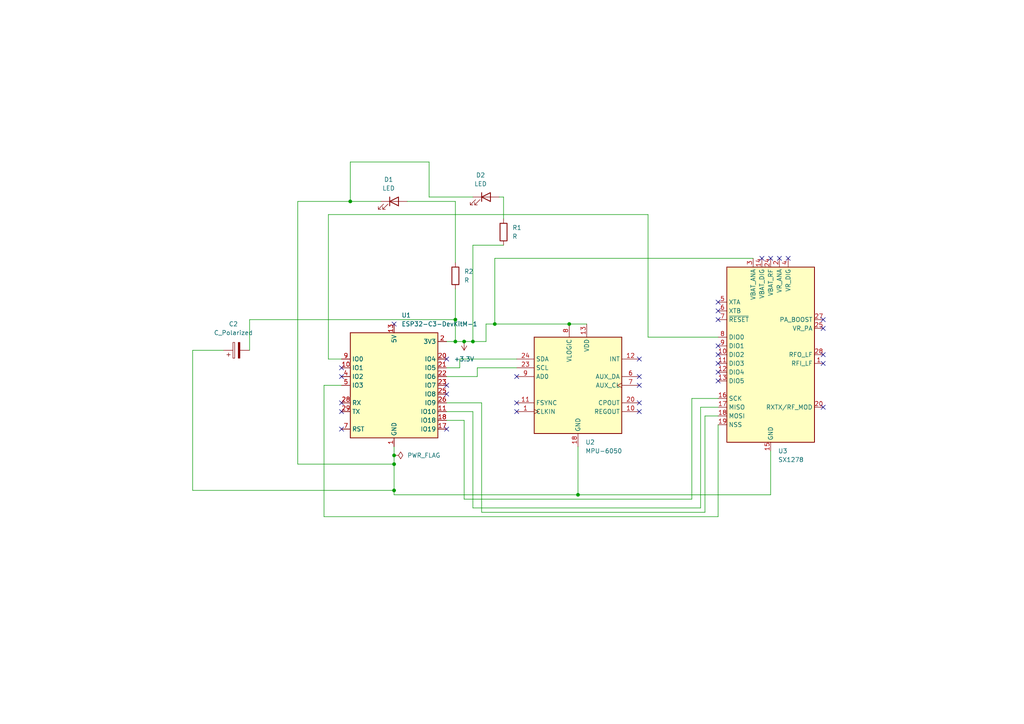
<source format=kicad_sch>
(kicad_sch
	(version 20250114)
	(generator "eeschema")
	(generator_version "9.0")
	(uuid "5b63fe88-1620-4037-b05e-381cf9cc9b7e")
	(paper "A4")
	(lib_symbols
		(symbol "Device:C_Polarized"
			(pin_numbers
				(hide yes)
			)
			(pin_names
				(offset 0.254)
			)
			(exclude_from_sim no)
			(in_bom yes)
			(on_board yes)
			(property "Reference" "C"
				(at 0.635 2.54 0)
				(effects
					(font
						(size 1.27 1.27)
					)
					(justify left)
				)
			)
			(property "Value" "C_Polarized"
				(at 0.635 -2.54 0)
				(effects
					(font
						(size 1.27 1.27)
					)
					(justify left)
				)
			)
			(property "Footprint" ""
				(at 0.9652 -3.81 0)
				(effects
					(font
						(size 1.27 1.27)
					)
					(hide yes)
				)
			)
			(property "Datasheet" "~"
				(at 0 0 0)
				(effects
					(font
						(size 1.27 1.27)
					)
					(hide yes)
				)
			)
			(property "Description" "Polarized capacitor"
				(at 0 0 0)
				(effects
					(font
						(size 1.27 1.27)
					)
					(hide yes)
				)
			)
			(property "ki_keywords" "cap capacitor"
				(at 0 0 0)
				(effects
					(font
						(size 1.27 1.27)
					)
					(hide yes)
				)
			)
			(property "ki_fp_filters" "CP_*"
				(at 0 0 0)
				(effects
					(font
						(size 1.27 1.27)
					)
					(hide yes)
				)
			)
			(symbol "C_Polarized_0_1"
				(rectangle
					(start -2.286 0.508)
					(end 2.286 1.016)
					(stroke
						(width 0)
						(type default)
					)
					(fill
						(type none)
					)
				)
				(polyline
					(pts
						(xy -1.778 2.286) (xy -0.762 2.286)
					)
					(stroke
						(width 0)
						(type default)
					)
					(fill
						(type none)
					)
				)
				(polyline
					(pts
						(xy -1.27 2.794) (xy -1.27 1.778)
					)
					(stroke
						(width 0)
						(type default)
					)
					(fill
						(type none)
					)
				)
				(rectangle
					(start 2.286 -0.508)
					(end -2.286 -1.016)
					(stroke
						(width 0)
						(type default)
					)
					(fill
						(type outline)
					)
				)
			)
			(symbol "C_Polarized_1_1"
				(pin passive line
					(at 0 3.81 270)
					(length 2.794)
					(name "~"
						(effects
							(font
								(size 1.27 1.27)
							)
						)
					)
					(number "1"
						(effects
							(font
								(size 1.27 1.27)
							)
						)
					)
				)
				(pin passive line
					(at 0 -3.81 90)
					(length 2.794)
					(name "~"
						(effects
							(font
								(size 1.27 1.27)
							)
						)
					)
					(number "2"
						(effects
							(font
								(size 1.27 1.27)
							)
						)
					)
				)
			)
			(embedded_fonts no)
		)
		(symbol "Device:LED"
			(pin_numbers
				(hide yes)
			)
			(pin_names
				(offset 1.016)
				(hide yes)
			)
			(exclude_from_sim no)
			(in_bom yes)
			(on_board yes)
			(property "Reference" "D"
				(at 0 2.54 0)
				(effects
					(font
						(size 1.27 1.27)
					)
				)
			)
			(property "Value" "LED"
				(at 0 -2.54 0)
				(effects
					(font
						(size 1.27 1.27)
					)
				)
			)
			(property "Footprint" ""
				(at 0 0 0)
				(effects
					(font
						(size 1.27 1.27)
					)
					(hide yes)
				)
			)
			(property "Datasheet" "~"
				(at 0 0 0)
				(effects
					(font
						(size 1.27 1.27)
					)
					(hide yes)
				)
			)
			(property "Description" "Light emitting diode"
				(at 0 0 0)
				(effects
					(font
						(size 1.27 1.27)
					)
					(hide yes)
				)
			)
			(property "Sim.Pins" "1=K 2=A"
				(at 0 0 0)
				(effects
					(font
						(size 1.27 1.27)
					)
					(hide yes)
				)
			)
			(property "ki_keywords" "LED diode"
				(at 0 0 0)
				(effects
					(font
						(size 1.27 1.27)
					)
					(hide yes)
				)
			)
			(property "ki_fp_filters" "LED* LED_SMD:* LED_THT:*"
				(at 0 0 0)
				(effects
					(font
						(size 1.27 1.27)
					)
					(hide yes)
				)
			)
			(symbol "LED_0_1"
				(polyline
					(pts
						(xy -3.048 -0.762) (xy -4.572 -2.286) (xy -3.81 -2.286) (xy -4.572 -2.286) (xy -4.572 -1.524)
					)
					(stroke
						(width 0)
						(type default)
					)
					(fill
						(type none)
					)
				)
				(polyline
					(pts
						(xy -1.778 -0.762) (xy -3.302 -2.286) (xy -2.54 -2.286) (xy -3.302 -2.286) (xy -3.302 -1.524)
					)
					(stroke
						(width 0)
						(type default)
					)
					(fill
						(type none)
					)
				)
				(polyline
					(pts
						(xy -1.27 0) (xy 1.27 0)
					)
					(stroke
						(width 0)
						(type default)
					)
					(fill
						(type none)
					)
				)
				(polyline
					(pts
						(xy -1.27 -1.27) (xy -1.27 1.27)
					)
					(stroke
						(width 0.254)
						(type default)
					)
					(fill
						(type none)
					)
				)
				(polyline
					(pts
						(xy 1.27 -1.27) (xy 1.27 1.27) (xy -1.27 0) (xy 1.27 -1.27)
					)
					(stroke
						(width 0.254)
						(type default)
					)
					(fill
						(type none)
					)
				)
			)
			(symbol "LED_1_1"
				(pin passive line
					(at -3.81 0 0)
					(length 2.54)
					(name "K"
						(effects
							(font
								(size 1.27 1.27)
							)
						)
					)
					(number "1"
						(effects
							(font
								(size 1.27 1.27)
							)
						)
					)
				)
				(pin passive line
					(at 3.81 0 180)
					(length 2.54)
					(name "A"
						(effects
							(font
								(size 1.27 1.27)
							)
						)
					)
					(number "2"
						(effects
							(font
								(size 1.27 1.27)
							)
						)
					)
				)
			)
			(embedded_fonts no)
		)
		(symbol "Device:R"
			(pin_numbers
				(hide yes)
			)
			(pin_names
				(offset 0)
			)
			(exclude_from_sim no)
			(in_bom yes)
			(on_board yes)
			(property "Reference" "R"
				(at 2.032 0 90)
				(effects
					(font
						(size 1.27 1.27)
					)
				)
			)
			(property "Value" "R"
				(at 0 0 90)
				(effects
					(font
						(size 1.27 1.27)
					)
				)
			)
			(property "Footprint" ""
				(at -1.778 0 90)
				(effects
					(font
						(size 1.27 1.27)
					)
					(hide yes)
				)
			)
			(property "Datasheet" "~"
				(at 0 0 0)
				(effects
					(font
						(size 1.27 1.27)
					)
					(hide yes)
				)
			)
			(property "Description" "Resistor"
				(at 0 0 0)
				(effects
					(font
						(size 1.27 1.27)
					)
					(hide yes)
				)
			)
			(property "ki_keywords" "R res resistor"
				(at 0 0 0)
				(effects
					(font
						(size 1.27 1.27)
					)
					(hide yes)
				)
			)
			(property "ki_fp_filters" "R_*"
				(at 0 0 0)
				(effects
					(font
						(size 1.27 1.27)
					)
					(hide yes)
				)
			)
			(symbol "R_0_1"
				(rectangle
					(start -1.016 -2.54)
					(end 1.016 2.54)
					(stroke
						(width 0.254)
						(type default)
					)
					(fill
						(type none)
					)
				)
			)
			(symbol "R_1_1"
				(pin passive line
					(at 0 3.81 270)
					(length 1.27)
					(name "~"
						(effects
							(font
								(size 1.27 1.27)
							)
						)
					)
					(number "1"
						(effects
							(font
								(size 1.27 1.27)
							)
						)
					)
				)
				(pin passive line
					(at 0 -3.81 90)
					(length 1.27)
					(name "~"
						(effects
							(font
								(size 1.27 1.27)
							)
						)
					)
					(number "2"
						(effects
							(font
								(size 1.27 1.27)
							)
						)
					)
				)
			)
			(embedded_fonts no)
		)
		(symbol "RF:SX1278"
			(exclude_from_sim no)
			(in_bom yes)
			(on_board yes)
			(property "Reference" "U"
				(at 13.97 24.13 0)
				(effects
					(font
						(size 1.27 1.27)
					)
					(justify left)
				)
			)
			(property "Value" "SX1278"
				(at 13.97 21.59 0)
				(effects
					(font
						(size 1.27 1.27)
					)
					(justify left)
				)
			)
			(property "Footprint" "Package_DFN_QFN:QFN-28-1EP_6x6mm_P0.65mm_EP4.8x4.8mm"
				(at 0 -7.62 0)
				(effects
					(font
						(size 1.27 1.27)
					)
					(hide yes)
				)
			)
			(property "Datasheet" "https://semtech.my.salesforce.com/sfc/p/#E0000000JelG/a/2R0000001Rbr/6EfVZUorrpoKFfvaF_Fkpgp5kzjiNyiAbqcpqh9qSjE"
				(at 0 -5.08 0)
				(effects
					(font
						(size 1.27 1.27)
					)
					(hide yes)
				)
			)
			(property "Description" "137 MHz to 525 MHz Low Power Long Range Transceiver, spreading factor from 6 to 12, LoRA, QFN-28"
				(at 0 0 0)
				(effects
					(font
						(size 1.27 1.27)
					)
					(hide yes)
				)
			)
			(property "ki_keywords" "low-power lora transceiver"
				(at 0 0 0)
				(effects
					(font
						(size 1.27 1.27)
					)
					(hide yes)
				)
			)
			(property "ki_fp_filters" "QFN*1EP*6x6mm*P0.65mm*"
				(at 0 0 0)
				(effects
					(font
						(size 1.27 1.27)
					)
					(hide yes)
				)
			)
			(symbol "SX1278_0_1"
				(rectangle
					(start -12.7 25.4)
					(end 12.7 -25.4)
					(stroke
						(width 0.254)
						(type default)
					)
					(fill
						(type background)
					)
				)
			)
			(symbol "SX1278_1_1"
				(pin bidirectional line
					(at -15.24 15.24 0)
					(length 2.54)
					(name "XTA"
						(effects
							(font
								(size 1.27 1.27)
							)
						)
					)
					(number "5"
						(effects
							(font
								(size 1.27 1.27)
							)
						)
					)
				)
				(pin bidirectional line
					(at -15.24 12.7 0)
					(length 2.54)
					(name "XTB"
						(effects
							(font
								(size 1.27 1.27)
							)
						)
					)
					(number "6"
						(effects
							(font
								(size 1.27 1.27)
							)
						)
					)
				)
				(pin input line
					(at -15.24 10.16 0)
					(length 2.54)
					(name "~{RESET}"
						(effects
							(font
								(size 1.27 1.27)
							)
						)
					)
					(number "7"
						(effects
							(font
								(size 1.27 1.27)
							)
						)
					)
				)
				(pin bidirectional line
					(at -15.24 5.08 0)
					(length 2.54)
					(name "DIO0"
						(effects
							(font
								(size 1.27 1.27)
							)
						)
					)
					(number "8"
						(effects
							(font
								(size 1.27 1.27)
							)
						)
					)
				)
				(pin bidirectional line
					(at -15.24 2.54 0)
					(length 2.54)
					(name "DIO1"
						(effects
							(font
								(size 1.27 1.27)
							)
						)
					)
					(number "9"
						(effects
							(font
								(size 1.27 1.27)
							)
						)
					)
				)
				(pin bidirectional line
					(at -15.24 0 0)
					(length 2.54)
					(name "DIO2"
						(effects
							(font
								(size 1.27 1.27)
							)
						)
					)
					(number "10"
						(effects
							(font
								(size 1.27 1.27)
							)
						)
					)
				)
				(pin bidirectional line
					(at -15.24 -2.54 0)
					(length 2.54)
					(name "DIO3"
						(effects
							(font
								(size 1.27 1.27)
							)
						)
					)
					(number "11"
						(effects
							(font
								(size 1.27 1.27)
							)
						)
					)
				)
				(pin bidirectional line
					(at -15.24 -5.08 0)
					(length 2.54)
					(name "DIO4"
						(effects
							(font
								(size 1.27 1.27)
							)
						)
					)
					(number "12"
						(effects
							(font
								(size 1.27 1.27)
							)
						)
					)
				)
				(pin bidirectional line
					(at -15.24 -7.62 0)
					(length 2.54)
					(name "DIO5"
						(effects
							(font
								(size 1.27 1.27)
							)
						)
					)
					(number "13"
						(effects
							(font
								(size 1.27 1.27)
							)
						)
					)
				)
				(pin input line
					(at -15.24 -12.7 0)
					(length 2.54)
					(name "SCK"
						(effects
							(font
								(size 1.27 1.27)
							)
						)
					)
					(number "16"
						(effects
							(font
								(size 1.27 1.27)
							)
						)
					)
				)
				(pin output line
					(at -15.24 -15.24 0)
					(length 2.54)
					(name "MISO"
						(effects
							(font
								(size 1.27 1.27)
							)
						)
					)
					(number "17"
						(effects
							(font
								(size 1.27 1.27)
							)
						)
					)
				)
				(pin input line
					(at -15.24 -17.78 0)
					(length 2.54)
					(name "MOSI"
						(effects
							(font
								(size 1.27 1.27)
							)
						)
					)
					(number "18"
						(effects
							(font
								(size 1.27 1.27)
							)
						)
					)
				)
				(pin input line
					(at -15.24 -20.32 0)
					(length 2.54)
					(name "NSS"
						(effects
							(font
								(size 1.27 1.27)
							)
						)
					)
					(number "19"
						(effects
							(font
								(size 1.27 1.27)
							)
						)
					)
				)
				(pin power_in line
					(at -5.08 27.94 270)
					(length 2.54)
					(name "VBAT_ANA"
						(effects
							(font
								(size 1.27 1.27)
							)
						)
					)
					(number "3"
						(effects
							(font
								(size 1.27 1.27)
							)
						)
					)
				)
				(pin power_in line
					(at -2.54 27.94 270)
					(length 2.54)
					(name "VBAT_DIG"
						(effects
							(font
								(size 1.27 1.27)
							)
						)
					)
					(number "14"
						(effects
							(font
								(size 1.27 1.27)
							)
						)
					)
				)
				(pin power_in line
					(at 0 27.94 270)
					(length 2.54)
					(name "VBAT_RF"
						(effects
							(font
								(size 1.27 1.27)
							)
						)
					)
					(number "24"
						(effects
							(font
								(size 1.27 1.27)
							)
						)
					)
				)
				(pin power_in line
					(at 0 -27.94 90)
					(length 2.54)
					(name "GND"
						(effects
							(font
								(size 1.27 1.27)
							)
						)
					)
					(number "15"
						(effects
							(font
								(size 1.27 1.27)
							)
						)
					)
				)
				(pin passive line
					(at 0 -27.94 90)
					(length 2.54)
					(hide yes)
					(name "GND"
						(effects
							(font
								(size 1.27 1.27)
							)
						)
					)
					(number "21"
						(effects
							(font
								(size 1.27 1.27)
							)
						)
					)
				)
				(pin passive line
					(at 0 -27.94 90)
					(length 2.54)
					(hide yes)
					(name "GND"
						(effects
							(font
								(size 1.27 1.27)
							)
						)
					)
					(number "22"
						(effects
							(font
								(size 1.27 1.27)
							)
						)
					)
				)
				(pin passive line
					(at 0 -27.94 90)
					(length 2.54)
					(hide yes)
					(name "GND"
						(effects
							(font
								(size 1.27 1.27)
							)
						)
					)
					(number "23"
						(effects
							(font
								(size 1.27 1.27)
							)
						)
					)
				)
				(pin passive line
					(at 0 -27.94 90)
					(length 2.54)
					(hide yes)
					(name "GND"
						(effects
							(font
								(size 1.27 1.27)
							)
						)
					)
					(number "26"
						(effects
							(font
								(size 1.27 1.27)
							)
						)
					)
				)
				(pin passive line
					(at 0 -27.94 90)
					(length 2.54)
					(hide yes)
					(name "GND"
						(effects
							(font
								(size 1.27 1.27)
							)
						)
					)
					(number "29"
						(effects
							(font
								(size 1.27 1.27)
							)
						)
					)
				)
				(pin power_in line
					(at 2.54 27.94 270)
					(length 2.54)
					(name "VR_ANA"
						(effects
							(font
								(size 1.27 1.27)
							)
						)
					)
					(number "2"
						(effects
							(font
								(size 1.27 1.27)
							)
						)
					)
				)
				(pin power_in line
					(at 5.08 27.94 270)
					(length 2.54)
					(name "VR_DIG"
						(effects
							(font
								(size 1.27 1.27)
							)
						)
					)
					(number "4"
						(effects
							(font
								(size 1.27 1.27)
							)
						)
					)
				)
				(pin power_out line
					(at 15.24 10.16 180)
					(length 2.54)
					(name "PA_BOOST"
						(effects
							(font
								(size 1.27 1.27)
							)
						)
					)
					(number "27"
						(effects
							(font
								(size 1.27 1.27)
							)
						)
					)
				)
				(pin power_out line
					(at 15.24 7.62 180)
					(length 2.54)
					(name "VR_PA"
						(effects
							(font
								(size 1.27 1.27)
							)
						)
					)
					(number "25"
						(effects
							(font
								(size 1.27 1.27)
							)
						)
					)
				)
				(pin output line
					(at 15.24 0 180)
					(length 2.54)
					(name "RFO_LF"
						(effects
							(font
								(size 1.27 1.27)
							)
						)
					)
					(number "28"
						(effects
							(font
								(size 1.27 1.27)
							)
						)
					)
				)
				(pin input line
					(at 15.24 -2.54 180)
					(length 2.54)
					(name "RFI_LF"
						(effects
							(font
								(size 1.27 1.27)
							)
						)
					)
					(number "1"
						(effects
							(font
								(size 1.27 1.27)
							)
						)
					)
				)
				(pin output line
					(at 15.24 -15.24 180)
					(length 2.54)
					(name "RXTX/RF_MOD"
						(effects
							(font
								(size 1.27 1.27)
							)
						)
					)
					(number "20"
						(effects
							(font
								(size 1.27 1.27)
							)
						)
					)
				)
			)
			(embedded_fonts no)
		)
		(symbol "RF_Module:ESP32-C3-DevKitM-1"
			(exclude_from_sim no)
			(in_bom yes)
			(on_board yes)
			(property "Reference" "U"
				(at 7.62 16.51 0)
				(effects
					(font
						(size 1.27 1.27)
					)
				)
			)
			(property "Value" "ESP32-C3-DevKitM-1"
				(at 11.684 -16.764 0)
				(effects
					(font
						(size 1.27 1.27)
					)
				)
			)
			(property "Footprint" "RF_Module:ESP32-C3-DevKitM-1"
				(at 0 -25.4 0)
				(effects
					(font
						(size 1.27 1.27)
					)
					(hide yes)
				)
			)
			(property "Datasheet" "https://docs.espressif.com/projects/esp-idf/en/latest/esp32c3/hw-reference/esp32c3/user-guide-devkitm-1.html"
				(at 0 -30.48 0)
				(effects
					(font
						(size 1.27 1.27)
					)
					(hide yes)
				)
			)
			(property "Description" "Development board featuring ESP32-C3-MINI-1 module"
				(at 0 -27.94 0)
				(effects
					(font
						(size 1.27 1.27)
					)
					(hide yes)
				)
			)
			(property "ki_keywords" "riscv wifi bluetooth ble"
				(at 0 0 0)
				(effects
					(font
						(size 1.27 1.27)
					)
					(hide yes)
				)
			)
			(property "ki_fp_filters" "*ESP32?C3?DevKitM?1*"
				(at 0 0 0)
				(effects
					(font
						(size 1.27 1.27)
					)
					(hide yes)
				)
			)
			(symbol "ESP32-C3-DevKitM-1_1_1"
				(rectangle
					(start -12.7 15.24)
					(end 12.7 -15.24)
					(stroke
						(width 0.254)
						(type default)
					)
					(fill
						(type background)
					)
				)
				(pin bidirectional line
					(at -15.24 7.62 0)
					(length 2.54)
					(name "IO0"
						(effects
							(font
								(size 1.27 1.27)
							)
						)
					)
					(number "9"
						(effects
							(font
								(size 1.27 1.27)
							)
						)
					)
					(alternate "ADC1_CH0" passive line)
					(alternate "XTAL_32K_P" passive line)
				)
				(pin bidirectional line
					(at -15.24 5.08 0)
					(length 2.54)
					(name "IO1"
						(effects
							(font
								(size 1.27 1.27)
							)
						)
					)
					(number "10"
						(effects
							(font
								(size 1.27 1.27)
							)
						)
					)
					(alternate "ADC1_CH1" passive line)
					(alternate "XTAL_32K_N" passive line)
				)
				(pin bidirectional line
					(at -15.24 2.54 0)
					(length 2.54)
					(name "IO2"
						(effects
							(font
								(size 1.27 1.27)
							)
						)
					)
					(number "4"
						(effects
							(font
								(size 1.27 1.27)
							)
						)
					)
					(alternate "ADC1_CH0" passive line)
					(alternate "FSPIQ" passive line)
				)
				(pin bidirectional line
					(at -15.24 0 0)
					(length 2.54)
					(name "IO3"
						(effects
							(font
								(size 1.27 1.27)
							)
						)
					)
					(number "5"
						(effects
							(font
								(size 1.27 1.27)
							)
						)
					)
					(alternate "ADC1_CH3" passive line)
				)
				(pin input line
					(at -15.24 -5.08 0)
					(length 2.54)
					(name "RX"
						(effects
							(font
								(size 1.27 1.27)
							)
						)
					)
					(number "28"
						(effects
							(font
								(size 1.27 1.27)
							)
						)
					)
					(alternate "IO20" passive line)
				)
				(pin output line
					(at -15.24 -7.62 0)
					(length 2.54)
					(name "TX"
						(effects
							(font
								(size 1.27 1.27)
							)
						)
					)
					(number "29"
						(effects
							(font
								(size 1.27 1.27)
							)
						)
					)
					(alternate "IO21" passive line)
				)
				(pin input line
					(at -15.24 -12.7 0)
					(length 2.54)
					(name "RST"
						(effects
							(font
								(size 1.27 1.27)
							)
						)
					)
					(number "7"
						(effects
							(font
								(size 1.27 1.27)
							)
						)
					)
				)
				(pin passive line
					(at 0 17.78 270)
					(length 2.54)
					(name "5V"
						(effects
							(font
								(size 1.27 1.27)
							)
						)
					)
					(number "13"
						(effects
							(font
								(size 1.27 1.27)
							)
						)
					)
				)
				(pin passive line
					(at 0 17.78 270)
					(length 2.54)
					(hide yes)
					(name "5V"
						(effects
							(font
								(size 1.27 1.27)
							)
						)
					)
					(number "14"
						(effects
							(font
								(size 1.27 1.27)
							)
						)
					)
				)
				(pin power_in line
					(at 0 -17.78 90)
					(length 2.54)
					(name "GND"
						(effects
							(font
								(size 1.27 1.27)
							)
						)
					)
					(number "1"
						(effects
							(font
								(size 1.27 1.27)
							)
						)
					)
				)
				(pin passive line
					(at 0 -17.78 90)
					(length 2.54)
					(hide yes)
					(name "GND"
						(effects
							(font
								(size 1.27 1.27)
							)
						)
					)
					(number "12"
						(effects
							(font
								(size 1.27 1.27)
							)
						)
					)
				)
				(pin passive line
					(at 0 -17.78 90)
					(length 2.54)
					(hide yes)
					(name "GND"
						(effects
							(font
								(size 1.27 1.27)
							)
						)
					)
					(number "15"
						(effects
							(font
								(size 1.27 1.27)
							)
						)
					)
				)
				(pin passive line
					(at 0 -17.78 90)
					(length 2.54)
					(hide yes)
					(name "GND"
						(effects
							(font
								(size 1.27 1.27)
							)
						)
					)
					(number "16"
						(effects
							(font
								(size 1.27 1.27)
							)
						)
					)
				)
				(pin passive line
					(at 0 -17.78 90)
					(length 2.54)
					(hide yes)
					(name "GND"
						(effects
							(font
								(size 1.27 1.27)
							)
						)
					)
					(number "19"
						(effects
							(font
								(size 1.27 1.27)
							)
						)
					)
				)
				(pin passive line
					(at 0 -17.78 90)
					(length 2.54)
					(hide yes)
					(name "GND"
						(effects
							(font
								(size 1.27 1.27)
							)
						)
					)
					(number "24"
						(effects
							(font
								(size 1.27 1.27)
							)
						)
					)
				)
				(pin passive line
					(at 0 -17.78 90)
					(length 2.54)
					(hide yes)
					(name "GND"
						(effects
							(font
								(size 1.27 1.27)
							)
						)
					)
					(number "27"
						(effects
							(font
								(size 1.27 1.27)
							)
						)
					)
				)
				(pin passive line
					(at 0 -17.78 90)
					(length 2.54)
					(hide yes)
					(name "GND"
						(effects
							(font
								(size 1.27 1.27)
							)
						)
					)
					(number "30"
						(effects
							(font
								(size 1.27 1.27)
							)
						)
					)
				)
				(pin passive line
					(at 0 -17.78 90)
					(length 2.54)
					(hide yes)
					(name "GND"
						(effects
							(font
								(size 1.27 1.27)
							)
						)
					)
					(number "6"
						(effects
							(font
								(size 1.27 1.27)
							)
						)
					)
				)
				(pin passive line
					(at 0 -17.78 90)
					(length 2.54)
					(hide yes)
					(name "GND"
						(effects
							(font
								(size 1.27 1.27)
							)
						)
					)
					(number "8"
						(effects
							(font
								(size 1.27 1.27)
							)
						)
					)
				)
				(pin power_out line
					(at 15.24 12.7 180)
					(length 2.54)
					(name "3V3"
						(effects
							(font
								(size 1.27 1.27)
							)
						)
					)
					(number "2"
						(effects
							(font
								(size 1.27 1.27)
							)
						)
					)
				)
				(pin passive line
					(at 15.24 12.7 180)
					(length 2.54)
					(hide yes)
					(name "3V3"
						(effects
							(font
								(size 1.27 1.27)
							)
						)
					)
					(number "3"
						(effects
							(font
								(size 1.27 1.27)
							)
						)
					)
				)
				(pin bidirectional line
					(at 15.24 7.62 180)
					(length 2.54)
					(name "IO4"
						(effects
							(font
								(size 1.27 1.27)
							)
						)
					)
					(number "20"
						(effects
							(font
								(size 1.27 1.27)
							)
						)
					)
					(alternate "ADC1_CH4" passive line)
					(alternate "FSPIHD" passive line)
					(alternate "MTMS" passive line)
				)
				(pin bidirectional line
					(at 15.24 5.08 180)
					(length 2.54)
					(name "IO5"
						(effects
							(font
								(size 1.27 1.27)
							)
						)
					)
					(number "21"
						(effects
							(font
								(size 1.27 1.27)
							)
						)
					)
					(alternate "ADC2_CH0" passive line)
					(alternate "FSPIWP" passive line)
					(alternate "MTDI" passive line)
				)
				(pin bidirectional line
					(at 15.24 2.54 180)
					(length 2.54)
					(name "IO6"
						(effects
							(font
								(size 1.27 1.27)
							)
						)
					)
					(number "22"
						(effects
							(font
								(size 1.27 1.27)
							)
						)
					)
					(alternate "FSPICLK" passive line)
					(alternate "MTCK" passive line)
				)
				(pin bidirectional line
					(at 15.24 0 180)
					(length 2.54)
					(name "IO7"
						(effects
							(font
								(size 1.27 1.27)
							)
						)
					)
					(number "23"
						(effects
							(font
								(size 1.27 1.27)
							)
						)
					)
					(alternate "FSPID" passive line)
					(alternate "MTDO" passive line)
				)
				(pin bidirectional line
					(at 15.24 -2.54 180)
					(length 2.54)
					(name "IO8"
						(effects
							(font
								(size 1.27 1.27)
							)
						)
					)
					(number "25"
						(effects
							(font
								(size 1.27 1.27)
							)
						)
					)
				)
				(pin bidirectional line
					(at 15.24 -5.08 180)
					(length 2.54)
					(name "IO9"
						(effects
							(font
								(size 1.27 1.27)
							)
						)
					)
					(number "26"
						(effects
							(font
								(size 1.27 1.27)
							)
						)
					)
				)
				(pin bidirectional line
					(at 15.24 -7.62 180)
					(length 2.54)
					(name "IO10"
						(effects
							(font
								(size 1.27 1.27)
							)
						)
					)
					(number "11"
						(effects
							(font
								(size 1.27 1.27)
							)
						)
					)
					(alternate "FSPICS0" passive line)
				)
				(pin bidirectional line
					(at 15.24 -10.16 180)
					(length 2.54)
					(name "IO18"
						(effects
							(font
								(size 1.27 1.27)
							)
						)
					)
					(number "18"
						(effects
							(font
								(size 1.27 1.27)
							)
						)
					)
					(alternate "USB_D-" passive line)
				)
				(pin bidirectional line
					(at 15.24 -12.7 180)
					(length 2.54)
					(name "IO19"
						(effects
							(font
								(size 1.27 1.27)
							)
						)
					)
					(number "17"
						(effects
							(font
								(size 1.27 1.27)
							)
						)
					)
					(alternate "USB_D+" passive line)
				)
			)
			(embedded_fonts no)
		)
		(symbol "Sensor_Motion:MPU-6050"
			(exclude_from_sim no)
			(in_bom yes)
			(on_board yes)
			(property "Reference" "U"
				(at -11.43 13.97 0)
				(effects
					(font
						(size 1.27 1.27)
					)
				)
			)
			(property "Value" "MPU-6050"
				(at 7.62 -15.24 0)
				(effects
					(font
						(size 1.27 1.27)
					)
				)
			)
			(property "Footprint" "Sensor_Motion:InvenSense_QFN-24_4x4mm_P0.5mm"
				(at 0 -20.32 0)
				(effects
					(font
						(size 1.27 1.27)
					)
					(hide yes)
				)
			)
			(property "Datasheet" "https://invensense.tdk.com/wp-content/uploads/2015/02/MPU-6000-Datasheet1.pdf"
				(at 0 -3.81 0)
				(effects
					(font
						(size 1.27 1.27)
					)
					(hide yes)
				)
			)
			(property "Description" "InvenSense 6-Axis Motion Sensor, Gyroscope, Accelerometer, I2C"
				(at 0 0 0)
				(effects
					(font
						(size 1.27 1.27)
					)
					(hide yes)
				)
			)
			(property "ki_keywords" "mems"
				(at 0 0 0)
				(effects
					(font
						(size 1.27 1.27)
					)
					(hide yes)
				)
			)
			(property "ki_fp_filters" "*QFN*4x4mm*P0.5mm*"
				(at 0 0 0)
				(effects
					(font
						(size 1.27 1.27)
					)
					(hide yes)
				)
			)
			(symbol "MPU-6050_0_1"
				(rectangle
					(start -12.7 13.97)
					(end 12.7 -13.97)
					(stroke
						(width 0.254)
						(type default)
					)
					(fill
						(type background)
					)
				)
			)
			(symbol "MPU-6050_1_1"
				(pin bidirectional line
					(at -17.78 7.62 0)
					(length 5.08)
					(name "SDA"
						(effects
							(font
								(size 1.27 1.27)
							)
						)
					)
					(number "24"
						(effects
							(font
								(size 1.27 1.27)
							)
						)
					)
				)
				(pin input line
					(at -17.78 5.08 0)
					(length 5.08)
					(name "SCL"
						(effects
							(font
								(size 1.27 1.27)
							)
						)
					)
					(number "23"
						(effects
							(font
								(size 1.27 1.27)
							)
						)
					)
				)
				(pin input line
					(at -17.78 2.54 0)
					(length 5.08)
					(name "AD0"
						(effects
							(font
								(size 1.27 1.27)
							)
						)
					)
					(number "9"
						(effects
							(font
								(size 1.27 1.27)
							)
						)
					)
				)
				(pin input line
					(at -17.78 -5.08 0)
					(length 5.08)
					(name "FSYNC"
						(effects
							(font
								(size 1.27 1.27)
							)
						)
					)
					(number "11"
						(effects
							(font
								(size 1.27 1.27)
							)
						)
					)
				)
				(pin input clock
					(at -17.78 -7.62 0)
					(length 5.08)
					(name "CLKIN"
						(effects
							(font
								(size 1.27 1.27)
							)
						)
					)
					(number "1"
						(effects
							(font
								(size 1.27 1.27)
							)
						)
					)
				)
				(pin no_connect line
					(at -12.7 12.7 0)
					(length 2.54)
					(hide yes)
					(name "NC"
						(effects
							(font
								(size 1.27 1.27)
							)
						)
					)
					(number "2"
						(effects
							(font
								(size 1.27 1.27)
							)
						)
					)
				)
				(pin no_connect line
					(at -12.7 10.16 0)
					(length 2.54)
					(hide yes)
					(name "NC"
						(effects
							(font
								(size 1.27 1.27)
							)
						)
					)
					(number "3"
						(effects
							(font
								(size 1.27 1.27)
							)
						)
					)
				)
				(pin no_connect line
					(at -12.7 0 0)
					(length 2.54)
					(hide yes)
					(name "NC"
						(effects
							(font
								(size 1.27 1.27)
							)
						)
					)
					(number "4"
						(effects
							(font
								(size 1.27 1.27)
							)
						)
					)
				)
				(pin no_connect line
					(at -12.7 -2.54 0)
					(length 2.54)
					(hide yes)
					(name "NC"
						(effects
							(font
								(size 1.27 1.27)
							)
						)
					)
					(number "5"
						(effects
							(font
								(size 1.27 1.27)
							)
						)
					)
				)
				(pin no_connect line
					(at -12.7 -10.16 0)
					(length 2.54)
					(hide yes)
					(name "NC"
						(effects
							(font
								(size 1.27 1.27)
							)
						)
					)
					(number "14"
						(effects
							(font
								(size 1.27 1.27)
							)
						)
					)
				)
				(pin power_in line
					(at -2.54 17.78 270)
					(length 3.81)
					(name "VLOGIC"
						(effects
							(font
								(size 1.27 1.27)
							)
						)
					)
					(number "8"
						(effects
							(font
								(size 1.27 1.27)
							)
						)
					)
				)
				(pin power_in line
					(at 0 -17.78 90)
					(length 3.81)
					(name "GND"
						(effects
							(font
								(size 1.27 1.27)
							)
						)
					)
					(number "18"
						(effects
							(font
								(size 1.27 1.27)
							)
						)
					)
				)
				(pin power_in line
					(at 2.54 17.78 270)
					(length 3.81)
					(name "VDD"
						(effects
							(font
								(size 1.27 1.27)
							)
						)
					)
					(number "13"
						(effects
							(font
								(size 1.27 1.27)
							)
						)
					)
				)
				(pin no_connect line
					(at 12.7 12.7 180)
					(length 2.54)
					(hide yes)
					(name "NC"
						(effects
							(font
								(size 1.27 1.27)
							)
						)
					)
					(number "15"
						(effects
							(font
								(size 1.27 1.27)
							)
						)
					)
				)
				(pin no_connect line
					(at 12.7 10.16 180)
					(length 2.54)
					(hide yes)
					(name "NC"
						(effects
							(font
								(size 1.27 1.27)
							)
						)
					)
					(number "16"
						(effects
							(font
								(size 1.27 1.27)
							)
						)
					)
				)
				(pin no_connect line
					(at 12.7 5.08 180)
					(length 2.54)
					(hide yes)
					(name "NC"
						(effects
							(font
								(size 1.27 1.27)
							)
						)
					)
					(number "17"
						(effects
							(font
								(size 1.27 1.27)
							)
						)
					)
				)
				(pin no_connect line
					(at 12.7 -2.54 180)
					(length 2.54)
					(hide yes)
					(name "RESV"
						(effects
							(font
								(size 1.27 1.27)
							)
						)
					)
					(number "21"
						(effects
							(font
								(size 1.27 1.27)
							)
						)
					)
				)
				(pin no_connect line
					(at 12.7 -10.16 180)
					(length 2.54)
					(hide yes)
					(name "RESV"
						(effects
							(font
								(size 1.27 1.27)
							)
						)
					)
					(number "19"
						(effects
							(font
								(size 1.27 1.27)
							)
						)
					)
				)
				(pin no_connect line
					(at 12.7 -12.7 180)
					(length 2.54)
					(hide yes)
					(name "RESV"
						(effects
							(font
								(size 1.27 1.27)
							)
						)
					)
					(number "22"
						(effects
							(font
								(size 1.27 1.27)
							)
						)
					)
				)
				(pin output line
					(at 17.78 7.62 180)
					(length 5.08)
					(name "INT"
						(effects
							(font
								(size 1.27 1.27)
							)
						)
					)
					(number "12"
						(effects
							(font
								(size 1.27 1.27)
							)
						)
					)
				)
				(pin bidirectional line
					(at 17.78 2.54 180)
					(length 5.08)
					(name "AUX_DA"
						(effects
							(font
								(size 1.27 1.27)
							)
						)
					)
					(number "6"
						(effects
							(font
								(size 1.27 1.27)
							)
						)
					)
				)
				(pin output clock
					(at 17.78 0 180)
					(length 5.08)
					(name "AUX_CL"
						(effects
							(font
								(size 1.27 1.27)
							)
						)
					)
					(number "7"
						(effects
							(font
								(size 1.27 1.27)
							)
						)
					)
				)
				(pin passive line
					(at 17.78 -5.08 180)
					(length 5.08)
					(name "CPOUT"
						(effects
							(font
								(size 1.27 1.27)
							)
						)
					)
					(number "20"
						(effects
							(font
								(size 1.27 1.27)
							)
						)
					)
				)
				(pin passive line
					(at 17.78 -7.62 180)
					(length 5.08)
					(name "REGOUT"
						(effects
							(font
								(size 1.27 1.27)
							)
						)
					)
					(number "10"
						(effects
							(font
								(size 1.27 1.27)
							)
						)
					)
				)
			)
			(embedded_fonts no)
		)
		(symbol "power:+3.3V"
			(power)
			(pin_numbers
				(hide yes)
			)
			(pin_names
				(offset 0)
				(hide yes)
			)
			(exclude_from_sim no)
			(in_bom yes)
			(on_board yes)
			(property "Reference" "#PWR"
				(at 0 -3.81 0)
				(effects
					(font
						(size 1.27 1.27)
					)
					(hide yes)
				)
			)
			(property "Value" "+3.3V"
				(at 0 3.556 0)
				(effects
					(font
						(size 1.27 1.27)
					)
				)
			)
			(property "Footprint" ""
				(at 0 0 0)
				(effects
					(font
						(size 1.27 1.27)
					)
					(hide yes)
				)
			)
			(property "Datasheet" ""
				(at 0 0 0)
				(effects
					(font
						(size 1.27 1.27)
					)
					(hide yes)
				)
			)
			(property "Description" "Power symbol creates a global label with name \"+3.3V\""
				(at 0 0 0)
				(effects
					(font
						(size 1.27 1.27)
					)
					(hide yes)
				)
			)
			(property "ki_keywords" "global power"
				(at 0 0 0)
				(effects
					(font
						(size 1.27 1.27)
					)
					(hide yes)
				)
			)
			(symbol "+3.3V_0_1"
				(polyline
					(pts
						(xy -0.762 1.27) (xy 0 2.54)
					)
					(stroke
						(width 0)
						(type default)
					)
					(fill
						(type none)
					)
				)
				(polyline
					(pts
						(xy 0 2.54) (xy 0.762 1.27)
					)
					(stroke
						(width 0)
						(type default)
					)
					(fill
						(type none)
					)
				)
				(polyline
					(pts
						(xy 0 0) (xy 0 2.54)
					)
					(stroke
						(width 0)
						(type default)
					)
					(fill
						(type none)
					)
				)
			)
			(symbol "+3.3V_1_1"
				(pin power_in line
					(at 0 0 90)
					(length 0)
					(name "~"
						(effects
							(font
								(size 1.27 1.27)
							)
						)
					)
					(number "1"
						(effects
							(font
								(size 1.27 1.27)
							)
						)
					)
				)
			)
			(embedded_fonts no)
		)
		(symbol "power:PWR_FLAG"
			(power)
			(pin_numbers
				(hide yes)
			)
			(pin_names
				(offset 0)
				(hide yes)
			)
			(exclude_from_sim no)
			(in_bom yes)
			(on_board yes)
			(property "Reference" "#FLG"
				(at 0 1.905 0)
				(effects
					(font
						(size 1.27 1.27)
					)
					(hide yes)
				)
			)
			(property "Value" "PWR_FLAG"
				(at 0 3.81 0)
				(effects
					(font
						(size 1.27 1.27)
					)
				)
			)
			(property "Footprint" ""
				(at 0 0 0)
				(effects
					(font
						(size 1.27 1.27)
					)
					(hide yes)
				)
			)
			(property "Datasheet" "~"
				(at 0 0 0)
				(effects
					(font
						(size 1.27 1.27)
					)
					(hide yes)
				)
			)
			(property "Description" "Special symbol for telling ERC where power comes from"
				(at 0 0 0)
				(effects
					(font
						(size 1.27 1.27)
					)
					(hide yes)
				)
			)
			(property "ki_keywords" "flag power"
				(at 0 0 0)
				(effects
					(font
						(size 1.27 1.27)
					)
					(hide yes)
				)
			)
			(symbol "PWR_FLAG_0_0"
				(pin power_out line
					(at 0 0 90)
					(length 0)
					(name "~"
						(effects
							(font
								(size 1.27 1.27)
							)
						)
					)
					(number "1"
						(effects
							(font
								(size 1.27 1.27)
							)
						)
					)
				)
			)
			(symbol "PWR_FLAG_0_1"
				(polyline
					(pts
						(xy 0 0) (xy 0 1.27) (xy -1.016 1.905) (xy 0 2.54) (xy 1.016 1.905) (xy 0 1.27)
					)
					(stroke
						(width 0)
						(type default)
					)
					(fill
						(type none)
					)
				)
			)
			(embedded_fonts no)
		)
	)
	(junction
		(at 134.62 99.06)
		(diameter 0)
		(color 0 0 0 0)
		(uuid "1508f3d7-db63-45cd-9a09-11634d81d2f6")
	)
	(junction
		(at 167.64 143.51)
		(diameter 0)
		(color 0 0 0 0)
		(uuid "3675e0d4-f390-41f6-bf8f-016a4b71732b")
	)
	(junction
		(at 132.08 99.06)
		(diameter 0)
		(color 0 0 0 0)
		(uuid "3a6d6d5c-f97c-4c08-a482-fd19312eaed2")
	)
	(junction
		(at 137.16 99.06)
		(diameter 0)
		(color 0 0 0 0)
		(uuid "6daa99fa-ffc0-4ee6-b017-23c57d3d8f85")
	)
	(junction
		(at 165.1 93.98)
		(diameter 0)
		(color 0 0 0 0)
		(uuid "74e6c9c8-d3b5-4fbd-bb66-c2b84e86871a")
	)
	(junction
		(at 114.3 142.24)
		(diameter 0)
		(color 0 0 0 0)
		(uuid "832a8ead-a4fd-4e1f-96d6-2e4b683edfb2")
	)
	(junction
		(at 101.6 58.42)
		(diameter 0)
		(color 0 0 0 0)
		(uuid "994eaa8e-2575-4b01-9e17-8d6268cae6f8")
	)
	(junction
		(at 132.08 92.71)
		(diameter 0)
		(color 0 0 0 0)
		(uuid "d78aa310-105c-4209-9e96-3107996b1cbd")
	)
	(junction
		(at 114.3 132.08)
		(diameter 0)
		(color 0 0 0 0)
		(uuid "e9abf8b5-b83d-4e33-bbf8-3687be8b9201")
	)
	(junction
		(at 114.3 134.62)
		(diameter 0)
		(color 0 0 0 0)
		(uuid "f158b90d-1993-4dab-aa33-552b14f2c4f1")
	)
	(junction
		(at 143.51 93.98)
		(diameter 0)
		(color 0 0 0 0)
		(uuid "fe9fec56-41e2-420c-8bff-2ae25d9aec6c")
	)
	(no_connect
		(at 226.06 74.93)
		(uuid "02fe6820-df86-458a-ad5a-5dbecc887a6d")
	)
	(no_connect
		(at 149.86 109.22)
		(uuid "030b7d47-f1a0-4605-a98f-10a61e0390e3")
	)
	(no_connect
		(at 149.86 116.84)
		(uuid "13992829-2ed6-405a-a1ff-a6d1205ea58a")
	)
	(no_connect
		(at 238.76 118.11)
		(uuid "1410489b-2022-4663-a330-afe54ecd3212")
	)
	(no_connect
		(at 238.76 92.71)
		(uuid "1a1d317b-72b5-4463-a1d7-ecd0a2b8ec59")
	)
	(no_connect
		(at 208.28 100.33)
		(uuid "2e0fadd7-cca5-410c-9257-4376640fc7f5")
	)
	(no_connect
		(at 185.42 116.84)
		(uuid "30955be6-270e-4a51-adbf-23183be12d8d")
	)
	(no_connect
		(at 149.86 119.38)
		(uuid "3f341c31-5de9-47c1-969e-77118d382b3e")
	)
	(no_connect
		(at 114.3 93.98)
		(uuid "46cd9cdb-00bd-435a-b02a-381c81e450f4")
	)
	(no_connect
		(at 99.06 106.68)
		(uuid "4d79e796-fd10-432a-8d3c-7717cdd1e88a")
	)
	(no_connect
		(at 129.54 104.14)
		(uuid "514727eb-075a-461a-b54f-4e0829043eeb")
	)
	(no_connect
		(at 208.28 90.17)
		(uuid "533de101-9792-484a-a67a-1d7254d66e35")
	)
	(no_connect
		(at 208.28 87.63)
		(uuid "5673b7ad-ff32-4b0f-a59f-2c0deb0bd2ac")
	)
	(no_connect
		(at 238.76 102.87)
		(uuid "587823ef-0043-4378-a8db-5c48ee7fee38")
	)
	(no_connect
		(at 99.06 116.84)
		(uuid "616f8861-12b2-42d1-aff2-8ac07a2dd13c")
	)
	(no_connect
		(at 208.28 105.41)
		(uuid "64a80a34-86c8-4ca7-97a4-29c3d51701c1")
	)
	(no_connect
		(at 185.42 104.14)
		(uuid "67d49d93-afc6-4bc2-b70e-09bf639dc59f")
	)
	(no_connect
		(at 99.06 124.46)
		(uuid "7cbfe023-aa68-4c32-a3f4-e6e7dff1fb28")
	)
	(no_connect
		(at 208.28 110.49)
		(uuid "83954360-29db-47c5-a7f6-60538c2089df")
	)
	(no_connect
		(at 238.76 95.25)
		(uuid "888a413e-558a-4ef4-9de8-dc43e72ad2b5")
	)
	(no_connect
		(at 129.54 114.3)
		(uuid "8bba1780-9524-44fe-889f-3a6cbefdd6aa")
	)
	(no_connect
		(at 208.28 107.95)
		(uuid "8c0501fd-b6fe-449b-901f-060af1fdb643")
	)
	(no_connect
		(at 129.54 111.76)
		(uuid "9280d109-4df4-4d31-b29a-dcb8edceb2fe")
	)
	(no_connect
		(at 208.28 92.71)
		(uuid "9d66dfbb-e789-4642-9a16-7ef9d2830549")
	)
	(no_connect
		(at 228.6 74.93)
		(uuid "a1e8c39c-8854-4311-8745-f838fe20f39b")
	)
	(no_connect
		(at 99.06 119.38)
		(uuid "a6069ce1-9386-4f65-a79e-830e9282b2e6")
	)
	(no_connect
		(at 220.98 74.93)
		(uuid "c5e5e849-1274-4e20-87f6-c19bf6755473")
	)
	(no_connect
		(at 185.42 111.76)
		(uuid "c9ee6877-e233-4d19-8974-9d76a047ecaa")
	)
	(no_connect
		(at 185.42 109.22)
		(uuid "cafffa07-343c-4d31-9642-cbd7c94a1392")
	)
	(no_connect
		(at 129.54 124.46)
		(uuid "d01f16e5-1715-4468-827a-3cdb868ab6aa")
	)
	(no_connect
		(at 99.06 109.22)
		(uuid "d0e9eba5-d699-41b3-a258-1bc008cf1adf")
	)
	(no_connect
		(at 208.28 102.87)
		(uuid "d1e4679b-da52-4f6e-90a3-42872b53ff6a")
	)
	(no_connect
		(at 238.76 105.41)
		(uuid "e1c3afc0-1445-42cf-b829-ad1e4c1c18c3")
	)
	(no_connect
		(at 223.52 74.93)
		(uuid "eb944191-de5e-492f-80e6-0f7faa531a16")
	)
	(no_connect
		(at 185.42 119.38)
		(uuid "edce22d1-5e05-4a98-9e8b-ddad20479966")
	)
	(wire
		(pts
			(xy 134.62 121.92) (xy 129.54 121.92)
		)
		(stroke
			(width 0)
			(type default)
		)
		(uuid "00c68c6b-9136-4cd6-bd5a-908aa7ba9be5")
	)
	(wire
		(pts
			(xy 140.97 99.06) (xy 140.97 93.98)
		)
		(stroke
			(width 0)
			(type default)
		)
		(uuid "02482896-703a-494b-8b78-33d2efec88e7")
	)
	(wire
		(pts
			(xy 146.05 71.12) (xy 137.16 71.12)
		)
		(stroke
			(width 0)
			(type default)
		)
		(uuid "0778f047-db4a-4036-b6e1-b389b11a7f3f")
	)
	(wire
		(pts
			(xy 139.7 148.59) (xy 139.7 116.84)
		)
		(stroke
			(width 0)
			(type default)
		)
		(uuid "08b6c223-ccde-4190-b334-d6d16ba4606b")
	)
	(wire
		(pts
			(xy 55.88 101.6) (xy 64.77 101.6)
		)
		(stroke
			(width 0)
			(type default)
		)
		(uuid "0a63ac49-3fc1-47a7-b3ab-c3f1dab958d4")
	)
	(wire
		(pts
			(xy 133.35 104.14) (xy 133.35 106.68)
		)
		(stroke
			(width 0)
			(type default)
		)
		(uuid "0b7b53f3-ddff-4a82-a0f6-7bfb6ca67e08")
	)
	(wire
		(pts
			(xy 208.28 149.86) (xy 93.98 149.86)
		)
		(stroke
			(width 0)
			(type default)
		)
		(uuid "1257543b-3bc3-4072-a9f6-f37ddc45b907")
	)
	(wire
		(pts
			(xy 101.6 46.99) (xy 101.6 58.42)
		)
		(stroke
			(width 0)
			(type default)
		)
		(uuid "19990d1b-a44f-4fcb-99e4-f1b2a721a7c4")
	)
	(wire
		(pts
			(xy 138.43 106.68) (xy 149.86 106.68)
		)
		(stroke
			(width 0)
			(type default)
		)
		(uuid "20822ed3-a9b0-4f66-a62c-6b8ed4032633")
	)
	(wire
		(pts
			(xy 223.52 143.51) (xy 167.64 143.51)
		)
		(stroke
			(width 0)
			(type default)
		)
		(uuid "2572b82d-015f-41dc-969b-750751807f14")
	)
	(wire
		(pts
			(xy 114.3 143.51) (xy 114.3 142.24)
		)
		(stroke
			(width 0)
			(type default)
		)
		(uuid "27db0388-58ba-4886-b254-498e5ed037ca")
	)
	(wire
		(pts
			(xy 203.2 147.32) (xy 137.16 147.32)
		)
		(stroke
			(width 0)
			(type default)
		)
		(uuid "301b22c1-66e1-4af3-8ac1-a6044c048bcc")
	)
	(wire
		(pts
			(xy 144.78 57.15) (xy 146.05 57.15)
		)
		(stroke
			(width 0)
			(type default)
		)
		(uuid "313855be-3201-4c82-9710-c1a47401ce7f")
	)
	(wire
		(pts
			(xy 134.62 144.78) (xy 134.62 121.92)
		)
		(stroke
			(width 0)
			(type default)
		)
		(uuid "3385d085-8004-4923-89f0-232657d821b7")
	)
	(wire
		(pts
			(xy 132.08 99.06) (xy 134.62 99.06)
		)
		(stroke
			(width 0)
			(type default)
		)
		(uuid "33f20d96-6f88-4300-a4e6-596303877bf7")
	)
	(wire
		(pts
			(xy 114.3 129.54) (xy 114.3 132.08)
		)
		(stroke
			(width 0)
			(type default)
		)
		(uuid "356b88d2-4cd8-47b5-a3cb-eccbad95ef28")
	)
	(wire
		(pts
			(xy 204.47 148.59) (xy 139.7 148.59)
		)
		(stroke
			(width 0)
			(type default)
		)
		(uuid "3717e3b3-fb7c-42dd-b173-56f9a92db174")
	)
	(wire
		(pts
			(xy 218.44 74.93) (xy 143.51 74.93)
		)
		(stroke
			(width 0)
			(type default)
		)
		(uuid "37f4011c-af5d-4eb7-a7c9-f91427b98da1")
	)
	(wire
		(pts
			(xy 208.28 118.11) (xy 203.2 118.11)
		)
		(stroke
			(width 0)
			(type default)
		)
		(uuid "3efcd472-01ef-43c6-98dc-b3f871830fb2")
	)
	(wire
		(pts
			(xy 137.16 119.38) (xy 129.54 119.38)
		)
		(stroke
			(width 0)
			(type default)
		)
		(uuid "4132337b-b9b7-4b3d-bdde-a8685e2ca33e")
	)
	(wire
		(pts
			(xy 129.54 99.06) (xy 132.08 99.06)
		)
		(stroke
			(width 0)
			(type default)
		)
		(uuid "419da885-b61d-47fc-a8cd-d8d24459f268")
	)
	(wire
		(pts
			(xy 133.35 104.14) (xy 149.86 104.14)
		)
		(stroke
			(width 0)
			(type default)
		)
		(uuid "4c47b8ee-2843-4148-8927-ffa871790ad9")
	)
	(wire
		(pts
			(xy 208.28 120.65) (xy 204.47 120.65)
		)
		(stroke
			(width 0)
			(type default)
		)
		(uuid "4e93138d-2b8c-467c-9cab-53eaaab1e9c6")
	)
	(wire
		(pts
			(xy 200.66 115.57) (xy 200.66 144.78)
		)
		(stroke
			(width 0)
			(type default)
		)
		(uuid "4f6861e0-4ace-4288-947e-1d6de8a0e3d2")
	)
	(wire
		(pts
			(xy 86.36 134.62) (xy 114.3 134.62)
		)
		(stroke
			(width 0)
			(type default)
		)
		(uuid "56fe26b3-6cf2-4811-9690-e7109a127541")
	)
	(wire
		(pts
			(xy 95.25 62.23) (xy 187.96 62.23)
		)
		(stroke
			(width 0)
			(type default)
		)
		(uuid "583140cd-37df-4a86-8f07-5c2ee670cb30")
	)
	(wire
		(pts
			(xy 204.47 120.65) (xy 204.47 148.59)
		)
		(stroke
			(width 0)
			(type default)
		)
		(uuid "5c6b84f7-9a34-4192-a561-99642a9f2a82")
	)
	(wire
		(pts
			(xy 133.35 106.68) (xy 129.54 106.68)
		)
		(stroke
			(width 0)
			(type default)
		)
		(uuid "5e6d74b5-9c1d-481f-9e05-dfb894a8b8b0")
	)
	(wire
		(pts
			(xy 132.08 83.82) (xy 132.08 92.71)
		)
		(stroke
			(width 0)
			(type default)
		)
		(uuid "5e944f35-1a31-48a3-8539-18c3c04b6e66")
	)
	(wire
		(pts
			(xy 93.98 149.86) (xy 93.98 111.76)
		)
		(stroke
			(width 0)
			(type default)
		)
		(uuid "5ee8d079-0e54-443f-a240-96ff067a1372")
	)
	(wire
		(pts
			(xy 132.08 58.42) (xy 132.08 76.2)
		)
		(stroke
			(width 0)
			(type default)
		)
		(uuid "64555fa7-4499-48ba-b375-b3e5745f6557")
	)
	(wire
		(pts
			(xy 72.39 92.71) (xy 132.08 92.71)
		)
		(stroke
			(width 0)
			(type default)
		)
		(uuid "64596ea1-8c5e-4a94-8dcf-74d54a0f4ec8")
	)
	(wire
		(pts
			(xy 143.51 74.93) (xy 143.51 93.98)
		)
		(stroke
			(width 0)
			(type default)
		)
		(uuid "687d5993-ead0-4ddd-869c-f004d138f6c6")
	)
	(wire
		(pts
			(xy 137.16 57.15) (xy 124.46 57.15)
		)
		(stroke
			(width 0)
			(type default)
		)
		(uuid "6f79f9f5-6e91-469e-9b21-e50648f683c0")
	)
	(wire
		(pts
			(xy 55.88 142.24) (xy 55.88 101.6)
		)
		(stroke
			(width 0)
			(type default)
		)
		(uuid "7845abe5-fbe7-4d04-b896-951c5c0e284f")
	)
	(wire
		(pts
			(xy 165.1 93.98) (xy 170.18 93.98)
		)
		(stroke
			(width 0)
			(type default)
		)
		(uuid "78ec4972-576f-437a-b510-9fea75631a48")
	)
	(wire
		(pts
			(xy 93.98 111.76) (xy 99.06 111.76)
		)
		(stroke
			(width 0)
			(type default)
		)
		(uuid "7a89cb1e-0b70-421c-9760-8b97478a375a")
	)
	(wire
		(pts
			(xy 95.25 62.23) (xy 95.25 104.14)
		)
		(stroke
			(width 0)
			(type default)
		)
		(uuid "82ff646c-117d-4989-bce3-6e138e292ac6")
	)
	(wire
		(pts
			(xy 95.25 104.14) (xy 99.06 104.14)
		)
		(stroke
			(width 0)
			(type default)
		)
		(uuid "83673cc7-cda6-484d-bd29-83090b1fd926")
	)
	(wire
		(pts
			(xy 114.3 142.24) (xy 114.3 134.62)
		)
		(stroke
			(width 0)
			(type default)
		)
		(uuid "859d0f30-3490-4e68-9985-d4ee77b4b991")
	)
	(wire
		(pts
			(xy 223.52 130.81) (xy 223.52 143.51)
		)
		(stroke
			(width 0)
			(type default)
		)
		(uuid "8cadfbfc-45d0-4a91-9768-c43cd9d7a7c3")
	)
	(wire
		(pts
			(xy 134.62 99.06) (xy 137.16 99.06)
		)
		(stroke
			(width 0)
			(type default)
		)
		(uuid "8d98607f-01fb-4042-b1e0-540c6b120055")
	)
	(wire
		(pts
			(xy 137.16 147.32) (xy 137.16 119.38)
		)
		(stroke
			(width 0)
			(type default)
		)
		(uuid "8e4d3296-c07e-44eb-a83e-db1f2fa8f266")
	)
	(wire
		(pts
			(xy 167.64 143.51) (xy 114.3 143.51)
		)
		(stroke
			(width 0)
			(type default)
		)
		(uuid "9445519b-9111-436c-bb69-da11f6ed76ff")
	)
	(wire
		(pts
			(xy 208.28 115.57) (xy 200.66 115.57)
		)
		(stroke
			(width 0)
			(type default)
		)
		(uuid "a0381034-060b-4169-adc0-a7ed2605d6b8")
	)
	(wire
		(pts
			(xy 129.54 116.84) (xy 139.7 116.84)
		)
		(stroke
			(width 0)
			(type default)
		)
		(uuid "b0b45a57-3443-4549-8513-4e633aaae437")
	)
	(wire
		(pts
			(xy 114.3 132.08) (xy 114.3 134.62)
		)
		(stroke
			(width 0)
			(type default)
		)
		(uuid "b2ef697b-702e-47ea-9154-bf6eb26658fc")
	)
	(wire
		(pts
			(xy 110.49 58.42) (xy 101.6 58.42)
		)
		(stroke
			(width 0)
			(type default)
		)
		(uuid "b443b5d4-2b46-43d3-a77b-53525af9f7dd")
	)
	(wire
		(pts
			(xy 72.39 92.71) (xy 72.39 101.6)
		)
		(stroke
			(width 0)
			(type default)
		)
		(uuid "b9e2be5a-4bfd-4196-9cde-8a4e73ecdfed")
	)
	(wire
		(pts
			(xy 132.08 92.71) (xy 132.08 99.06)
		)
		(stroke
			(width 0)
			(type default)
		)
		(uuid "bc6d63bc-1c6d-4c3c-8af9-64d6581e93a8")
	)
	(wire
		(pts
			(xy 86.36 58.42) (xy 86.36 134.62)
		)
		(stroke
			(width 0)
			(type default)
		)
		(uuid "bf4d08cc-1489-465a-928c-c0f901d60259")
	)
	(wire
		(pts
			(xy 124.46 46.99) (xy 101.6 46.99)
		)
		(stroke
			(width 0)
			(type default)
		)
		(uuid "c5f17a6f-e117-48eb-9687-9bead6dc99cb")
	)
	(wire
		(pts
			(xy 124.46 57.15) (xy 124.46 46.99)
		)
		(stroke
			(width 0)
			(type default)
		)
		(uuid "c74aa779-6b3f-482a-9c65-1b0c3f4dcf59")
	)
	(wire
		(pts
			(xy 118.11 58.42) (xy 132.08 58.42)
		)
		(stroke
			(width 0)
			(type default)
		)
		(uuid "cf39504b-3575-4c64-9dbd-3586cc195460")
	)
	(wire
		(pts
			(xy 208.28 123.19) (xy 208.28 149.86)
		)
		(stroke
			(width 0)
			(type default)
		)
		(uuid "cfb840e5-60d0-4938-a092-9716c2af3b75")
	)
	(wire
		(pts
			(xy 167.64 129.54) (xy 167.64 143.51)
		)
		(stroke
			(width 0)
			(type default)
		)
		(uuid "d0f213bb-0252-4be5-ac4a-bdcfc55eade3")
	)
	(wire
		(pts
			(xy 187.96 97.79) (xy 187.96 62.23)
		)
		(stroke
			(width 0)
			(type default)
		)
		(uuid "d5b04393-fe2d-4bca-8309-fd2d762c9732")
	)
	(wire
		(pts
			(xy 143.51 93.98) (xy 165.1 93.98)
		)
		(stroke
			(width 0)
			(type default)
		)
		(uuid "d7ed9748-d390-4c99-b704-f077d990da3a")
	)
	(wire
		(pts
			(xy 203.2 118.11) (xy 203.2 147.32)
		)
		(stroke
			(width 0)
			(type default)
		)
		(uuid "dbf7ae42-b2a0-434d-a032-9ea5d65b2fa3")
	)
	(wire
		(pts
			(xy 137.16 71.12) (xy 137.16 99.06)
		)
		(stroke
			(width 0)
			(type default)
		)
		(uuid "e21f1a22-a7f2-4422-8a87-7aa3ecf88de8")
	)
	(wire
		(pts
			(xy 138.43 109.22) (xy 138.43 106.68)
		)
		(stroke
			(width 0)
			(type default)
		)
		(uuid "e2f88a48-26df-4bfb-a402-64f2e7fe6784")
	)
	(wire
		(pts
			(xy 137.16 99.06) (xy 140.97 99.06)
		)
		(stroke
			(width 0)
			(type default)
		)
		(uuid "e44e2f1c-7e65-4eef-8fc2-d5b72a0064eb")
	)
	(wire
		(pts
			(xy 208.28 97.79) (xy 187.96 97.79)
		)
		(stroke
			(width 0)
			(type default)
		)
		(uuid "e53b9350-aaf2-4efd-9da9-8b2cdd164c5b")
	)
	(wire
		(pts
			(xy 129.54 109.22) (xy 138.43 109.22)
		)
		(stroke
			(width 0)
			(type default)
		)
		(uuid "e96570e6-e3e3-4475-bb60-4821103414b7")
	)
	(wire
		(pts
			(xy 140.97 93.98) (xy 143.51 93.98)
		)
		(stroke
			(width 0)
			(type default)
		)
		(uuid "eadf7a6d-b0e1-4b07-a051-b44436c6cdf3")
	)
	(wire
		(pts
			(xy 200.66 144.78) (xy 134.62 144.78)
		)
		(stroke
			(width 0)
			(type default)
		)
		(uuid "ef276f05-42e6-4032-af6d-57629662945f")
	)
	(wire
		(pts
			(xy 146.05 57.15) (xy 146.05 63.5)
		)
		(stroke
			(width 0)
			(type default)
		)
		(uuid "f7494a03-e5b3-4f3c-a680-f8377a147170")
	)
	(wire
		(pts
			(xy 114.3 142.24) (xy 55.88 142.24)
		)
		(stroke
			(width 0)
			(type default)
		)
		(uuid "fa19e810-be13-4909-a7ff-38845ca204d4")
	)
	(wire
		(pts
			(xy 101.6 58.42) (xy 86.36 58.42)
		)
		(stroke
			(width 0)
			(type default)
		)
		(uuid "feccb24f-d9ea-42bf-96da-6bcb6d10105c")
	)
	(symbol
		(lib_id "Sensor_Motion:MPU-6050")
		(at 167.64 111.76 0)
		(unit 1)
		(exclude_from_sim no)
		(in_bom yes)
		(on_board yes)
		(dnp no)
		(fields_autoplaced yes)
		(uuid "2655699f-fa65-46b4-a317-fd128d6b29c3")
		(property "Reference" "U2"
			(at 169.7833 128.27 0)
			(effects
				(font
					(size 1.27 1.27)
				)
				(justify left)
			)
		)
		(property "Value" "MPU-6050"
			(at 169.7833 130.81 0)
			(effects
				(font
					(size 1.27 1.27)
				)
				(justify left)
			)
		)
		(property "Footprint" "Sensor_Motion:InvenSense_QFN-24_4x4mm_P0.5mm"
			(at 167.64 132.08 0)
			(effects
				(font
					(size 1.27 1.27)
				)
				(hide yes)
			)
		)
		(property "Datasheet" "https://invensense.tdk.com/wp-content/uploads/2015/02/MPU-6000-Datasheet1.pdf"
			(at 167.64 115.57 0)
			(effects
				(font
					(size 1.27 1.27)
				)
				(hide yes)
			)
		)
		(property "Description" "InvenSense 6-Axis Motion Sensor, Gyroscope, Accelerometer, I2C"
			(at 167.64 111.76 0)
			(effects
				(font
					(size 1.27 1.27)
				)
				(hide yes)
			)
		)
		(pin "24"
			(uuid "b597b241-518d-4197-b037-15540fd98d50")
		)
		(pin "1"
			(uuid "d918661c-1a2b-4938-8333-8fa59987f266")
		)
		(pin "12"
			(uuid "e72d638a-1313-4152-8cd9-397527b3a405")
		)
		(pin "20"
			(uuid "4cd30420-badd-4e73-a322-ecba5b82e8a3")
		)
		(pin "2"
			(uuid "7b9c0f2b-2029-4ca5-bd25-e4c9a5f4b62e")
		)
		(pin "11"
			(uuid "2aa7c7e5-463c-491e-9f5b-028d656cf00a")
		)
		(pin "4"
			(uuid "b55bdd38-2d2e-4590-9dbc-6cb32d0d3e75")
		)
		(pin "5"
			(uuid "e0ae2ee9-946a-4f60-88d9-5fb6e11f9fbc")
		)
		(pin "17"
			(uuid "3e82141a-a20b-4bed-a5ab-50c3832d5d38")
		)
		(pin "7"
			(uuid "ca7412e8-e582-4a25-ad2b-ebec6b2c4fbd")
		)
		(pin "22"
			(uuid "4015b9dc-bed6-42af-b5d4-deb9e0d2833e")
		)
		(pin "3"
			(uuid "df1622c9-b6f3-4b4e-8539-5bedd18e89d4")
		)
		(pin "15"
			(uuid "429b31ad-dff8-46a0-b7a2-513dcc4e7f81")
		)
		(pin "16"
			(uuid "fc6ae289-77dd-4373-87f0-141c88631dea")
		)
		(pin "13"
			(uuid "4e9fd164-1018-4689-b828-8c1e15db1f8a")
		)
		(pin "23"
			(uuid "67da716e-14b8-4a4d-aaa7-0601dfa27185")
		)
		(pin "19"
			(uuid "ddf34478-fd01-419d-871d-88c89731f507")
		)
		(pin "14"
			(uuid "43f78c24-7c02-4b21-a4b1-d7b1fe90da99")
		)
		(pin "8"
			(uuid "093307ea-2aab-43be-815d-2fd7a18c0985")
		)
		(pin "21"
			(uuid "eb254fcd-a882-4e82-a064-b9ffdd16c616")
		)
		(pin "9"
			(uuid "d5206d46-85b8-4c86-a25b-d46382d46895")
		)
		(pin "18"
			(uuid "58ab7bd0-02bf-4751-8843-50acb682647e")
		)
		(pin "6"
			(uuid "4a920ea4-54ac-4a21-9ad7-77850d3647d6")
		)
		(pin "10"
			(uuid "3747b8ae-6385-415a-b2f0-3cdb3edadb38")
		)
		(instances
			(project ""
				(path "/5b63fe88-1620-4037-b05e-381cf9cc9b7e"
					(reference "U2")
					(unit 1)
				)
			)
		)
	)
	(symbol
		(lib_id "Device:R")
		(at 132.08 80.01 0)
		(unit 1)
		(exclude_from_sim no)
		(in_bom yes)
		(on_board yes)
		(dnp no)
		(fields_autoplaced yes)
		(uuid "61cad91a-290b-4877-883b-ed3773c53fb1")
		(property "Reference" "R2"
			(at 134.62 78.7399 0)
			(effects
				(font
					(size 1.27 1.27)
				)
				(justify left)
			)
		)
		(property "Value" "R"
			(at 134.62 81.2799 0)
			(effects
				(font
					(size 1.27 1.27)
				)
				(justify left)
			)
		)
		(property "Footprint" "Resistor_THT:R_Axial_DIN0207_L6.3mm_D2.5mm_P10.16mm_Horizontal"
			(at 130.302 80.01 90)
			(effects
				(font
					(size 1.27 1.27)
				)
				(hide yes)
			)
		)
		(property "Datasheet" "~"
			(at 132.08 80.01 0)
			(effects
				(font
					(size 1.27 1.27)
				)
				(hide yes)
			)
		)
		(property "Description" "Resistor"
			(at 132.08 80.01 0)
			(effects
				(font
					(size 1.27 1.27)
				)
				(hide yes)
			)
		)
		(pin "2"
			(uuid "31fc1617-5680-4018-b5a1-82303aaaaee3")
		)
		(pin "1"
			(uuid "d729608d-4e10-45c5-b544-8ab163c8bee4")
		)
		(instances
			(project "cad_dia"
				(path "/5b63fe88-1620-4037-b05e-381cf9cc9b7e"
					(reference "R2")
					(unit 1)
				)
			)
		)
	)
	(symbol
		(lib_id "RF_Module:ESP32-C3-DevKitM-1")
		(at 114.3 111.76 0)
		(unit 1)
		(exclude_from_sim no)
		(in_bom yes)
		(on_board yes)
		(dnp no)
		(fields_autoplaced yes)
		(uuid "6e57dd4a-124e-4a4a-a3fd-9a48318d79ed")
		(property "Reference" "U1"
			(at 116.4433 91.44 0)
			(effects
				(font
					(size 1.27 1.27)
				)
				(justify left)
			)
		)
		(property "Value" "ESP32-C3-DevKitM-1"
			(at 116.4433 93.98 0)
			(effects
				(font
					(size 1.27 1.27)
				)
				(justify left)
			)
		)
		(property "Footprint" "RF_Module:ESP32-C3-DevKitM-1"
			(at 114.3 137.16 0)
			(effects
				(font
					(size 1.27 1.27)
				)
				(hide yes)
			)
		)
		(property "Datasheet" "https://docs.espressif.com/projects/esp-idf/en/latest/esp32c3/hw-reference/esp32c3/user-guide-devkitm-1.html"
			(at 114.3 142.24 0)
			(effects
				(font
					(size 1.27 1.27)
				)
				(hide yes)
			)
		)
		(property "Description" "Development board featuring ESP32-C3-MINI-1 module"
			(at 114.3 139.7 0)
			(effects
				(font
					(size 1.27 1.27)
				)
				(hide yes)
			)
		)
		(pin "3"
			(uuid "d0d3dd4f-e2a0-4f7e-80eb-61eeeb2cd6b4")
		)
		(pin "21"
			(uuid "66cae67a-4d2f-45e7-99d3-f0f4e23c216a")
		)
		(pin "23"
			(uuid "29bff8af-7b1b-41fd-b1cb-3fc3e3536114")
		)
		(pin "26"
			(uuid "a1a800c1-55c8-4fa1-952f-703d684f62dc")
		)
		(pin "18"
			(uuid "5f8ef088-7463-4c00-b85b-ed1c238642f2")
		)
		(pin "7"
			(uuid "e39781a0-d8b9-4847-bec6-84e881ba37e1")
		)
		(pin "1"
			(uuid "0e36550c-dfa2-4343-86a8-0af13b28b485")
		)
		(pin "16"
			(uuid "e6c2f3b4-2ad3-4bb6-9ecb-247ba200437f")
		)
		(pin "19"
			(uuid "8458fe02-dcb1-4c11-8f99-db0124422df7")
		)
		(pin "27"
			(uuid "af4538fa-e695-4ee9-8e30-48efe8a4f38d")
		)
		(pin "28"
			(uuid "8816e2c4-c684-4647-8648-d75461a622ff")
		)
		(pin "12"
			(uuid "0ef79f0b-ab33-4b08-ad1f-0f43741e656b")
		)
		(pin "15"
			(uuid "b8ef4449-524e-4f79-a669-1b7af3a385e0")
		)
		(pin "6"
			(uuid "a5d771a4-8fa5-4fbf-8ad6-716a99534f85")
		)
		(pin "4"
			(uuid "1f2596c7-dbcf-4f4f-898a-4f3ce1900779")
		)
		(pin "24"
			(uuid "c0cc11eb-08b7-42d4-b8e8-39611634a124")
		)
		(pin "8"
			(uuid "eb05d695-d8e0-46c8-a519-34052f1d7e5e")
		)
		(pin "10"
			(uuid "dc910491-21cc-4889-9209-1eb78135a9e6")
		)
		(pin "5"
			(uuid "74bfbc52-fb46-478f-a529-bf4f60aa8aff")
		)
		(pin "9"
			(uuid "2c9ea6b2-55b5-4a61-89ee-eb6142f64e64")
		)
		(pin "29"
			(uuid "04703d2b-a177-428a-aca0-b4f75de9b202")
		)
		(pin "13"
			(uuid "78cea52a-8ef0-488a-ba8d-f9ed8123eb7b")
		)
		(pin "30"
			(uuid "8448f648-9363-4ce1-b990-186405d4fa58")
		)
		(pin "14"
			(uuid "7a51a7ff-ea72-4445-8049-71300366079f")
		)
		(pin "2"
			(uuid "2871d3f5-22d3-4d16-ae89-88e3746a8f3c")
		)
		(pin "20"
			(uuid "0624c057-eb20-4676-8688-556751978a25")
		)
		(pin "22"
			(uuid "2e2951d3-66f5-42c1-99f8-259c311e8dcb")
		)
		(pin "25"
			(uuid "bbc6284e-1e1f-4fa4-b6d3-7e618a78daa8")
		)
		(pin "11"
			(uuid "22720b55-ae7a-48c3-b3d5-c750116d1356")
		)
		(pin "17"
			(uuid "e6e61ecc-330b-455f-95bb-7c5cd6e922d4")
		)
		(instances
			(project ""
				(path "/5b63fe88-1620-4037-b05e-381cf9cc9b7e"
					(reference "U1")
					(unit 1)
				)
			)
		)
	)
	(symbol
		(lib_id "Device:LED")
		(at 114.3 58.42 0)
		(unit 1)
		(exclude_from_sim no)
		(in_bom yes)
		(on_board yes)
		(dnp no)
		(fields_autoplaced yes)
		(uuid "7371a3d9-f34d-4f7f-92b6-6505c0689ce1")
		(property "Reference" "D1"
			(at 112.7125 52.07 0)
			(effects
				(font
					(size 1.27 1.27)
				)
			)
		)
		(property "Value" "LED"
			(at 112.7125 54.61 0)
			(effects
				(font
					(size 1.27 1.27)
				)
			)
		)
		(property "Footprint" "Display:OLED-128O064D"
			(at 114.3 58.42 0)
			(effects
				(font
					(size 1.27 1.27)
				)
				(hide yes)
			)
		)
		(property "Datasheet" "~"
			(at 114.3 58.42 0)
			(effects
				(font
					(size 1.27 1.27)
				)
				(hide yes)
			)
		)
		(property "Description" "Light emitting diode"
			(at 114.3 58.42 0)
			(effects
				(font
					(size 1.27 1.27)
				)
				(hide yes)
			)
		)
		(property "Sim.Pins" "1=K 2=A"
			(at 114.3 58.42 0)
			(effects
				(font
					(size 1.27 1.27)
				)
				(hide yes)
			)
		)
		(pin "2"
			(uuid "892b253c-14eb-464a-bc6d-d9288b5dbec0")
		)
		(pin "1"
			(uuid "2ddce5ba-773a-4e7b-b094-6e05e985ecd0")
		)
		(instances
			(project ""
				(path "/5b63fe88-1620-4037-b05e-381cf9cc9b7e"
					(reference "D1")
					(unit 1)
				)
			)
		)
	)
	(symbol
		(lib_id "Device:C_Polarized")
		(at 68.58 101.6 90)
		(unit 1)
		(exclude_from_sim no)
		(in_bom yes)
		(on_board yes)
		(dnp no)
		(fields_autoplaced yes)
		(uuid "794deadc-dbbc-46e7-8e1f-8d682438ba92")
		(property "Reference" "C2"
			(at 67.691 93.98 90)
			(effects
				(font
					(size 1.27 1.27)
				)
			)
		)
		(property "Value" "C_Polarized"
			(at 67.691 96.52 90)
			(effects
				(font
					(size 1.27 1.27)
				)
			)
		)
		(property "Footprint" ""
			(at 72.39 100.6348 0)
			(effects
				(font
					(size 1.27 1.27)
				)
				(hide yes)
			)
		)
		(property "Datasheet" "~"
			(at 68.58 101.6 0)
			(effects
				(font
					(size 1.27 1.27)
				)
				(hide yes)
			)
		)
		(property "Description" "Polarized capacitor"
			(at 68.58 101.6 0)
			(effects
				(font
					(size 1.27 1.27)
				)
				(hide yes)
			)
		)
		(pin "1"
			(uuid "c3b49bac-f0ce-49c8-af0b-c941270796c4")
		)
		(pin "2"
			(uuid "bafd61c0-f9ec-4167-9c70-6ed3a4dc76f5")
		)
		(instances
			(project ""
				(path "/5b63fe88-1620-4037-b05e-381cf9cc9b7e"
					(reference "C2")
					(unit 1)
				)
			)
		)
	)
	(symbol
		(lib_id "RF:SX1278")
		(at 223.52 102.87 0)
		(unit 1)
		(exclude_from_sim no)
		(in_bom yes)
		(on_board yes)
		(dnp no)
		(fields_autoplaced yes)
		(uuid "9733acaa-a5be-4db3-954a-20cc87b0d7e4")
		(property "Reference" "U3"
			(at 225.6633 130.81 0)
			(effects
				(font
					(size 1.27 1.27)
				)
				(justify left)
			)
		)
		(property "Value" "SX1278"
			(at 225.6633 133.35 0)
			(effects
				(font
					(size 1.27 1.27)
				)
				(justify left)
			)
		)
		(property "Footprint" "Package_DFN_QFN:QFN-28-1EP_6x6mm_P0.65mm_EP4.8x4.8mm"
			(at 223.52 110.49 0)
			(effects
				(font
					(size 1.27 1.27)
				)
				(hide yes)
			)
		)
		(property "Datasheet" "https://semtech.my.salesforce.com/sfc/p/#E0000000JelG/a/2R0000001Rbr/6EfVZUorrpoKFfvaF_Fkpgp5kzjiNyiAbqcpqh9qSjE"
			(at 223.52 107.95 0)
			(effects
				(font
					(size 1.27 1.27)
				)
				(hide yes)
			)
		)
		(property "Description" "137 MHz to 525 MHz Low Power Long Range Transceiver, spreading factor from 6 to 12, LoRA, QFN-28"
			(at 223.52 102.87 0)
			(effects
				(font
					(size 1.27 1.27)
				)
				(hide yes)
			)
		)
		(pin "12"
			(uuid "18011379-5669-479b-b179-dc00b4a73de4")
		)
		(pin "22"
			(uuid "996d700c-483f-4660-8a5d-6839915c2560")
		)
		(pin "7"
			(uuid "c3187ed2-81f1-45bc-b7a3-17a81bd45131")
		)
		(pin "10"
			(uuid "a9372ddf-7230-411b-b147-9d159293275e")
		)
		(pin "17"
			(uuid "9478dd3c-ffbc-4753-8b0d-2ae7eee8f95b")
		)
		(pin "5"
			(uuid "f92d0eab-6e3b-478d-961e-0949c340bcb1")
		)
		(pin "9"
			(uuid "ae4f01ee-5a0c-4221-a17f-226e87df0489")
		)
		(pin "6"
			(uuid "20dcb4c3-f872-4a6e-976f-d3080635a73d")
		)
		(pin "18"
			(uuid "97069fa8-eed3-40ad-b77f-cf7f4d7ef965")
		)
		(pin "3"
			(uuid "5d0c66bf-d1e9-4fdb-841b-1b5f984a205a")
		)
		(pin "13"
			(uuid "5e5f896b-9b10-403b-8c1c-5d0bc6713075")
		)
		(pin "11"
			(uuid "22f8eb59-882a-430c-b07d-a92a55d98925")
		)
		(pin "8"
			(uuid "3f57fc81-a139-45d4-acec-87a5684b1bdb")
		)
		(pin "14"
			(uuid "07dff216-5703-4120-b5bd-b666cf28c2a2")
		)
		(pin "16"
			(uuid "b7c3d143-6d71-4ec0-9444-69d59ebc6280")
		)
		(pin "24"
			(uuid "9b397591-937b-4dc3-9109-42a4c7bf52c6")
		)
		(pin "15"
			(uuid "77c444a3-ea6c-467f-bdca-37c91f6d5474")
		)
		(pin "21"
			(uuid "a7ec8171-324d-4a56-ba07-3fa263f0ffd9")
		)
		(pin "19"
			(uuid "9c4e7f05-c06d-495b-872e-82cae4b3af57")
		)
		(pin "2"
			(uuid "0fc14bcb-c2d9-44ff-bca4-60550beaf5bd")
		)
		(pin "1"
			(uuid "6a1e09ad-9ac9-45bf-ac22-4e66479fd9e8")
		)
		(pin "23"
			(uuid "29d9a93b-3aac-4962-bee0-ddb6900c7a64")
		)
		(pin "25"
			(uuid "332f4dfd-9c95-4b26-932e-875bc4fb2148")
		)
		(pin "28"
			(uuid "c54c28ac-fc2b-45fc-b1bf-ccc5b668c97e")
		)
		(pin "27"
			(uuid "3130ec55-245f-4074-9166-dd72c98d44c6")
		)
		(pin "29"
			(uuid "2891b00f-20e2-4c20-a156-139fb8bd3fa1")
		)
		(pin "4"
			(uuid "a7c63c5d-f5c2-4bbd-b60f-13806dd9fe10")
		)
		(pin "20"
			(uuid "33d1f8b3-bd30-4625-a63b-5597280ce581")
		)
		(pin "26"
			(uuid "ef5f487f-d227-4fc6-8a94-17d48551b945")
		)
		(instances
			(project ""
				(path "/5b63fe88-1620-4037-b05e-381cf9cc9b7e"
					(reference "U3")
					(unit 1)
				)
			)
		)
	)
	(symbol
		(lib_id "power:PWR_FLAG")
		(at 114.3 132.08 270)
		(unit 1)
		(exclude_from_sim no)
		(in_bom yes)
		(on_board yes)
		(dnp no)
		(fields_autoplaced yes)
		(uuid "a65e0b83-aec8-45aa-bf70-0bc31a4a9174")
		(property "Reference" "#FLG01"
			(at 116.205 132.08 0)
			(effects
				(font
					(size 1.27 1.27)
				)
				(hide yes)
			)
		)
		(property "Value" "PWR_FLAG"
			(at 118.11 132.0799 90)
			(effects
				(font
					(size 1.27 1.27)
				)
				(justify left)
			)
		)
		(property "Footprint" ""
			(at 114.3 132.08 0)
			(effects
				(font
					(size 1.27 1.27)
				)
				(hide yes)
			)
		)
		(property "Datasheet" "~"
			(at 114.3 132.08 0)
			(effects
				(font
					(size 1.27 1.27)
				)
				(hide yes)
			)
		)
		(property "Description" "Special symbol for telling ERC where power comes from"
			(at 114.3 132.08 0)
			(effects
				(font
					(size 1.27 1.27)
				)
				(hide yes)
			)
		)
		(pin "1"
			(uuid "c5719026-6e38-463c-a062-31a980ba0083")
		)
		(instances
			(project ""
				(path "/5b63fe88-1620-4037-b05e-381cf9cc9b7e"
					(reference "#FLG01")
					(unit 1)
				)
			)
		)
	)
	(symbol
		(lib_id "power:+3.3V")
		(at 134.62 99.06 180)
		(unit 1)
		(exclude_from_sim no)
		(in_bom yes)
		(on_board yes)
		(dnp no)
		(fields_autoplaced yes)
		(uuid "d5bed555-2a43-47fb-9c85-a07ec526c460")
		(property "Reference" "#PWR01"
			(at 134.62 95.25 0)
			(effects
				(font
					(size 1.27 1.27)
				)
				(hide yes)
			)
		)
		(property "Value" "+3.3V"
			(at 134.62 104.14 0)
			(effects
				(font
					(size 1.27 1.27)
				)
			)
		)
		(property "Footprint" ""
			(at 134.62 99.06 0)
			(effects
				(font
					(size 1.27 1.27)
				)
				(hide yes)
			)
		)
		(property "Datasheet" ""
			(at 134.62 99.06 0)
			(effects
				(font
					(size 1.27 1.27)
				)
				(hide yes)
			)
		)
		(property "Description" "Power symbol creates a global label with name \"+3.3V\""
			(at 134.62 99.06 0)
			(effects
				(font
					(size 1.27 1.27)
				)
				(hide yes)
			)
		)
		(pin "1"
			(uuid "73d556b5-193a-4e30-8ad7-cfb212b0fa39")
		)
		(instances
			(project ""
				(path "/5b63fe88-1620-4037-b05e-381cf9cc9b7e"
					(reference "#PWR01")
					(unit 1)
				)
			)
		)
	)
	(symbol
		(lib_id "Device:LED")
		(at 140.97 57.15 0)
		(unit 1)
		(exclude_from_sim no)
		(in_bom yes)
		(on_board yes)
		(dnp no)
		(fields_autoplaced yes)
		(uuid "da7602c7-eb31-4377-bf2f-81d7e943f157")
		(property "Reference" "D2"
			(at 139.3825 50.8 0)
			(effects
				(font
					(size 1.27 1.27)
				)
			)
		)
		(property "Value" "LED"
			(at 139.3825 53.34 0)
			(effects
				(font
					(size 1.27 1.27)
				)
			)
		)
		(property "Footprint" "Display:OLED-128O064D"
			(at 140.97 57.15 0)
			(effects
				(font
					(size 1.27 1.27)
				)
				(hide yes)
			)
		)
		(property "Datasheet" "~"
			(at 140.97 57.15 0)
			(effects
				(font
					(size 1.27 1.27)
				)
				(hide yes)
			)
		)
		(property "Description" "Light emitting diode"
			(at 140.97 57.15 0)
			(effects
				(font
					(size 1.27 1.27)
				)
				(hide yes)
			)
		)
		(property "Sim.Pins" "1=K 2=A"
			(at 140.97 57.15 0)
			(effects
				(font
					(size 1.27 1.27)
				)
				(hide yes)
			)
		)
		(pin "2"
			(uuid "821c66ab-b9d1-481a-8c3f-714cd949eec5")
		)
		(pin "1"
			(uuid "858e0a8a-d05e-48dc-9853-91ac891bcc6b")
		)
		(instances
			(project "cad_dia"
				(path "/5b63fe88-1620-4037-b05e-381cf9cc9b7e"
					(reference "D2")
					(unit 1)
				)
			)
		)
	)
	(symbol
		(lib_id "Device:R")
		(at 146.05 67.31 180)
		(unit 1)
		(exclude_from_sim no)
		(in_bom yes)
		(on_board yes)
		(dnp no)
		(fields_autoplaced yes)
		(uuid "e6b0b0b5-ae88-43a7-87f4-06f276af88b6")
		(property "Reference" "R1"
			(at 148.59 66.0399 0)
			(effects
				(font
					(size 1.27 1.27)
				)
				(justify right)
			)
		)
		(property "Value" "R"
			(at 148.59 68.5799 0)
			(effects
				(font
					(size 1.27 1.27)
				)
				(justify right)
			)
		)
		(property "Footprint" "Resistor_THT:R_Axial_DIN0207_L6.3mm_D2.5mm_P10.16mm_Horizontal"
			(at 147.828 67.31 90)
			(effects
				(font
					(size 1.27 1.27)
				)
				(hide yes)
			)
		)
		(property "Datasheet" "~"
			(at 146.05 67.31 0)
			(effects
				(font
					(size 1.27 1.27)
				)
				(hide yes)
			)
		)
		(property "Description" "Resistor"
			(at 146.05 67.31 0)
			(effects
				(font
					(size 1.27 1.27)
				)
				(hide yes)
			)
		)
		(pin "2"
			(uuid "7e0ffcaa-86cc-4235-91d6-30c9c53d8991")
		)
		(pin "1"
			(uuid "1057341c-f62a-4532-b0e3-584e2a064190")
		)
		(instances
			(project ""
				(path "/5b63fe88-1620-4037-b05e-381cf9cc9b7e"
					(reference "R1")
					(unit 1)
				)
			)
		)
	)
	(sheet_instances
		(path "/"
			(page "1")
		)
	)
	(embedded_fonts no)
)

</source>
